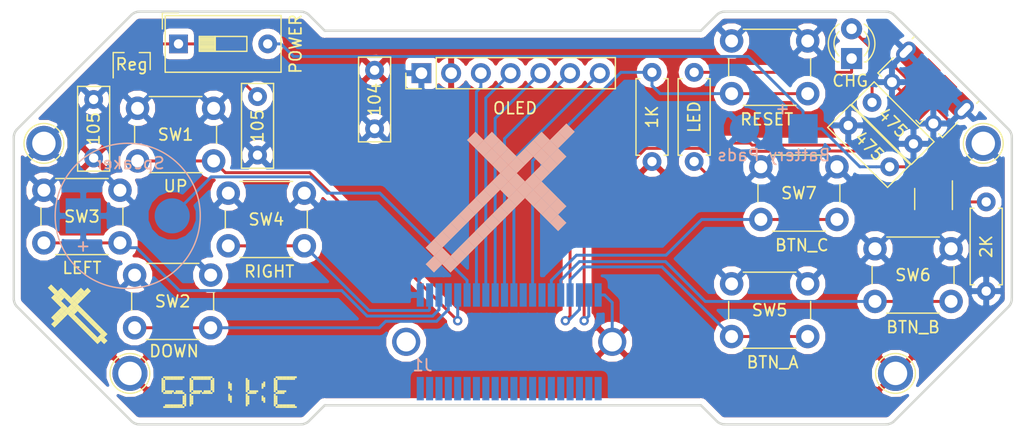
<source format=kicad_pcb>
(kicad_pcb (version 20171130) (host pcbnew "(5.0.1-3-g963ef8bb5)")
  (layers (0 F.Cu signal) (31 B.Cu signal) (34 B.Paste user hide) (35 F.Paste user hide) (36 B.SilkS user) (37 F.SilkS user hide) (38 B.Mask user) (39 F.Mask user) (44 Edge.Cuts user))
  (net 0 "")
  (net 1 +3V3)
  (net 2 GND)
  (net 3 "Net-(C2-Pad1)")
  (net 4 CHARGE)
  (net 5 +BATT)
  (net 6 RESET)
  (net 7 SND)
  (net 8 UP)
  (net 9 DOWN)
  (net 10 LEFT)
  (net 11 RIGHT)
  (net 12 BTN_A)
  (net 13 BTN_B)
  (net 14 BTN_C)
  (net 15 D_DC)
  (net 16 D_CS)
  (net 17 D_RST)
  (net 18 D_MOSI)
  (net 19 D_SCK)
  (net 20 D+)
  (net 21 D-)
  (net 22 "Net-(D1-Pad1)")
  (net 23 "Net-(R1-Pad1)")
  (net 24 "Net-(R2-Pad1)")
  (net 25 "Net-(J1-Pad14)")
  (net 26 "Net-(J1-Pad18)")
  (net 27 "Net-(J1-Pad21)")
  (net 28 "Net-(J1-Pad25)")
  (net 29 "Net-(J1-Pad1)")
  (net 30 "Net-(J1-Pad3)")
  (net 31 "Net-(J1-Pad5)")
  (net 32 "Net-(J1-Pad7)")
  (net 33 "Net-(J1-Pad9)")
  (net 34 "Net-(J1-Pad11)")
  (net 35 "Net-(J1-Pad13)")
  (net 36 "Net-(J1-Pad15)")
  (net 37 "Net-(J1-Pad17)")
  (net 38 "Net-(J1-Pad19)")
  (net 39 "Net-(J1-Pad23)")
  (net 40 "Net-(J1-Pad27)")
  (net 41 "Net-(J1-Pad29)")
  (net 42 "Net-(J1-Pad31)")
  (net 43 "Net-(J1-Pad33)")
  (net 44 "Net-(J1-Pad35)")
  (net 45 "Net-(J1-Pad37)")
  (net 46 "Net-(J1-Pad39)")
  (module "Custom Footprints:128x64-OLED" (layer F.Cu) (at 143.5 88.75 90)
    (fp_text reference U1)
    (fp_text value OLED (at -3 8) (layer F.SilkS))
    (pad 7 thru_hole oval (at 0 15.24 90) (size 1.7 1.7) (drill 1) (layers *.Cu *.Mask) (net 16 D_CS))
    (pad 6 thru_hole oval (at 0 12.7 90) (size 1.7 1.7) (drill 1) (layers *.Cu *.Mask) (net 15 D_DC))
    (pad 5 thru_hole oval (at 0 10.16 90) (size 1.7 1.7) (drill 1) (layers *.Cu *.Mask) (net 17 D_RST))
    (pad 4 thru_hole oval (at 0 7.62 90) (size 1.7 1.7) (drill 1) (layers *.Cu *.Mask) (net 18 D_MOSI))
    (pad 3 thru_hole oval (at 0 5.08 90) (size 1.7 1.7) (drill 1) (layers *.Cu *.Mask) (net 19 D_SCK))
    (pad 2 thru_hole oval (at 0 2.54 90) (size 1.7 1.7) (drill 1) (layers *.Cu *.Mask) (net 1 +3V3))
    (pad 1 thru_hole rect (at 0 0 90) (size 1.7 1.7) (drill 1) (layers *.Cu *.Mask) (net 2 GND))
  )
  (module SPIKE (layer F.Cu) (at 109.75 108.5 45)
    (fp_text reference SPIKE hide)
    (fp_text value "" (at -0.5 -0.1 45) (layer F.SilkS) (effects (font (size 1.27 1.27))))
  )
  (module SPIKE (layer B.Cu) (at 162.25 98 135)
    (fp_text reference SPIKE hide)
    (fp_text value "" (at 0 0 135) (layer B.SilkS) (effects (font (size 1.27 1.27)) (justify mirror)))
  )
  (module LOGO (layer F.Cu) (at 121.25 114.5)
    (fp_text reference LOGO hide)
    (fp_text value "" (at 0 0) (layer F.SilkS) (effects (font (size 1.27 1.27))))
  )
  (module Button_Switch_THT:SW_PUSH_6mm (layer F.Cu) (at 119.25 91.75)
    (fp_text reference SW1 (at 3.25 2.25) (layer F.SilkS))
    (fp_text value UP (at 3.25 6.65) (layer F.SilkS))
    (pad 1 thru_hole circle (at 6.5 0 90) (size 2 2) (drill 1.1) (layers *.Cu *.Mask) (net 2 GND))
    (pad 2 thru_hole circle (at 6.5 4.5 90) (size 2 2) (drill 1.1) (layers *.Cu *.Mask) (net 8 UP))
    (pad 1 thru_hole circle (at 0 0 90) (size 2 2) (drill 1.1) (layers *.Cu *.Mask) (net 2 GND))
    (pad 2 thru_hole circle (at 0 4.5 90) (size 2 2) (drill 1.1) (layers *.Cu *.Mask) (net 8 UP))
  )
  (module Button_Switch_THT:SW_PUSH_6mm (layer F.Cu) (at 119 106)
    (fp_text reference SW2 (at 3.25 2.25) (layer F.SilkS))
    (fp_text value DOWN (at 3.37 6.5) (layer F.SilkS))
    (pad 2 thru_hole circle (at 0 4.5 90) (size 2 2) (drill 1.1) (layers *.Cu *.Mask) (net 9 DOWN))
    (pad 1 thru_hole circle (at 0 0 90) (size 2 2) (drill 1.1) (layers *.Cu *.Mask) (net 2 GND))
    (pad 2 thru_hole circle (at 6.5 4.5 90) (size 2 2) (drill 1.1) (layers *.Cu *.Mask) (net 9 DOWN))
    (pad 1 thru_hole circle (at 6.5 0 90) (size 2 2) (drill 1.1) (layers *.Cu *.Mask) (net 2 GND))
  )
  (module TestPoint:TestPoint_Plated_Hole_D2.0mm (layer F.Cu) (at 184 114.4)
    (fp_text reference REF**)
    (fp_text value TestPoint_Plated_Hole_D2.0mm)
    (pad 1 thru_hole circle (at 0 0) (size 3 3) (drill 2) (layers *.Cu *.Mask) (net 1 +3V3))
  )
  (module "Custom Footprints:Generic_Speaker" (layer B.Cu) (at 114.61 100.94)
    (fp_text reference LS1)
    (fp_text value Speaker (at 4.000001 -4.5) (layer B.SilkS) (effects (justify mirror)))
    (fp_text user + (at -0.01 2.54) (layer B.SilkS) (effects (justify mirror)))
    (pad 2 smd circle (at 7.600001 0) (size 3 3) (layers B.Cu B.Paste B.Mask) (net 7 SND))
    (pad 1 smd rect (at 0 0) (size 3 3) (layers B.Cu B.Paste B.Mask) (net 2 GND))
  )
  (module Package_TO_SOT_SMD:SOT-23-5 (layer F.Cu) (at 187.25 99.5 270)
    (fp_text reference U2)
    (fp_text value "CHG CTRL")
    (pad 1 smd rect (at -1.1 -0.95 270) (size 1.06 0.65) (layers F.Cu F.Paste F.Mask) (net 23 "Net-(R1-Pad1)"))
    (pad 2 smd rect (at -1.1 0 270) (size 1.06 0.65) (layers F.Cu F.Paste F.Mask) (net 2 GND))
    (pad 3 smd rect (at -1.1 0.95 270) (size 1.06 0.65) (layers F.Cu F.Paste F.Mask) (net 5 +BATT))
    (pad 4 smd rect (at 1.1 0.95 270) (size 1.06 0.65) (layers F.Cu F.Paste F.Mask) (net 4 CHARGE))
    (pad 5 smd rect (at 1.1 -0.95 270) (size 1.06 0.65) (layers F.Cu F.Paste F.Mask) (net 24 "Net-(R2-Pad1)"))
  )
  (module Connector_USB:USB_Micro-B_Molex-105017-0001 (layer F.Cu) (at 186.5 90.25 135)
    (fp_text reference J2)
    (fp_text value USB-Micro)
    (pad 6 smd rect (at 1 1.2375 135) (size 1.5 1.9) (layers F.Cu F.Paste F.Mask) (net 2 GND))
    (pad 6 thru_hole circle (at -2.5 -1.4625 135) (size 1.45 1.45) (drill 0.85) (layers *.Cu *.Mask) (net 2 GND))
    (pad 2 smd rect (at -0.65 -1.4625 135) (size 0.4 1.35) (layers F.Cu F.Paste F.Mask) (net 21 D-))
    (pad 1 smd rect (at -1.3 -1.4625 135) (size 0.4 1.35) (layers F.Cu F.Paste F.Mask) (net 4 CHARGE))
    (pad 5 smd rect (at 1.3 -1.4625 135) (size 0.4 1.35) (layers F.Cu F.Paste F.Mask) (net 2 GND))
    (pad 4 smd rect (at 0.65 -1.4625 135) (size 0.4 1.35) (layers F.Cu F.Paste F.Mask) (net 2 GND))
    (pad 3 smd rect (at 0 -1.4625 135) (size 0.4 1.35) (layers F.Cu F.Paste F.Mask) (net 20 D+))
    (pad 6 thru_hole circle (at 2.5 -1.4625 135) (size 1.45 1.45) (drill 0.85) (layers *.Cu *.Mask) (net 2 GND))
    (pad 6 smd rect (at -1 1.2375 135) (size 1.5 1.9) (layers F.Cu F.Paste F.Mask) (net 2 GND))
    (pad 6 thru_hole oval (at -3.5 1.2375 315) (size 1.2 1.9) (drill oval 0.6 1.3) (layers *.Cu *.Mask) (net 2 GND))
    (pad 6 thru_hole oval (at 3.5 1.2375 135) (size 1.2 1.9) (drill oval 0.6 1.3) (layers *.Cu *.Mask) (net 2 GND))
    (pad 6 smd rect (at 2.9 1.2375 135) (size 1.2 1.9) (layers F.Cu F.Mask) (net 2 GND))
    (pad 6 smd rect (at -2.9 1.2375 135) (size 1.2 1.9) (layers F.Cu F.Mask) (net 2 GND))
  )
  (module TestPoint:TestPoint_Plated_Hole_D2.0mm (layer F.Cu) (at 111.25 94.75)
    (fp_text reference REF**)
    (fp_text value TestPoint_Plated_Hole_D2.0mm)
    (pad 1 thru_hole circle (at 0 0) (size 3 3) (drill 2) (layers *.Cu *.Mask) (net 2 GND))
  )
  (module TestPoint:TestPoint_Plated_Hole_D2.0mm (layer F.Cu) (at 118.6 114.4)
    (fp_text reference REF**)
    (fp_text value TestPoint_Plated_Hole_D2.0mm)
    (pad 1 thru_hole circle (at 0 0) (size 3 3) (drill 2) (layers *.Cu *.Mask) (net 1 +3V3))
  )
  (module Button_Switch_THT:SW_DIP_SPSTx01_Slide_9.78x4.72mm_W7.62mm_P2.54mm (layer F.Cu) (at 122.75 86.25)
    (fp_text reference SW8)
    (fp_text value POWER (at 10 0 90) (layer F.SilkS))
    (pad 1 thru_hole rect (at 0 0) (size 1.6 1.6) (drill 0.8) (layers *.Cu *.Mask) (net 3 "Net-(C2-Pad1)"))
    (pad 2 thru_hole oval (at 7.62 0) (size 1.6 1.6) (drill 0.8) (layers *.Cu *.Mask) (net 5 +BATT))
  )
  (module Resistor_THT:R_Axial_DIN0207_L6.3mm_D2.5mm_P7.62mm_Horizontal (layer F.Cu) (at 191.75 99.75 270)
    (fp_text reference R2)
    (fp_text value 2K (at 3.81 0 270) (layer F.SilkS))
    (pad 1 thru_hole circle (at 0 0 270) (size 1.6 1.6) (drill 0.8) (layers *.Cu *.Mask) (net 24 "Net-(R2-Pad1)"))
    (pad 2 thru_hole oval (at 7.62 0 270) (size 1.6 1.6) (drill 0.8) (layers *.Cu *.Mask) (net 2 GND))
  )
  (module Capacitor_THT:C_Rect_L7.0mm_W2.5mm_P5.00mm (layer F.Cu) (at 139.5 88.5 270)
    (fp_text reference C1)
    (fp_text value 104 (at 2.5 0 270) (layer F.SilkS))
    (pad 2 thru_hole circle (at 5 0 270) (size 1.6 1.6) (drill 0.8) (layers *.Cu *.Mask) (net 2 GND))
    (pad 1 thru_hole circle (at 0 0 270) (size 1.6 1.6) (drill 0.8) (layers *.Cu *.Mask) (net 1 +3V3))
  )
  (module Capacitor_THT:C_Rect_L7.0mm_W2.5mm_P5.00mm (layer F.Cu) (at 129.5 90.75 270)
    (fp_text reference C2)
    (fp_text value 105 (at 2.5 0 270) (layer F.SilkS))
    (pad 1 thru_hole circle (at 0 0 270) (size 1.6 1.6) (drill 0.8) (layers *.Cu *.Mask) (net 3 "Net-(C2-Pad1)"))
    (pad 2 thru_hole circle (at 5 0 270) (size 1.6 1.6) (drill 0.8) (layers *.Cu *.Mask) (net 2 GND))
  )
  (module Capacitor_THT:C_Rect_L7.0mm_W2.5mm_P5.00mm (layer F.Cu) (at 115.5 96 90)
    (fp_text reference C3)
    (fp_text value 105 (at 2.5 0 90) (layer F.SilkS))
    (pad 2 thru_hole circle (at 5 0 90) (size 1.6 1.6) (drill 0.8) (layers *.Cu *.Mask) (net 2 GND))
    (pad 1 thru_hole circle (at 0 0 90) (size 1.6 1.6) (drill 0.8) (layers *.Cu *.Mask) (net 1 +3V3))
  )
  (module Capacitor_THT:C_Rect_L7.0mm_W2.5mm_P5.00mm (layer F.Cu) (at 182 91.25 315)
    (fp_text reference C5)
    (fp_text value 475 (at 2.474874 0 315) (layer F.SilkS))
    (pad 2 thru_hole circle (at 5 0 315) (size 1.6 1.6) (drill 0.8) (layers *.Cu *.Mask) (net 2 GND))
    (pad 1 thru_hole circle (at 0 0 315) (size 1.6 1.6) (drill 0.8) (layers *.Cu *.Mask) (net 4 CHARGE))
  )
  (module Capacitor_THT:C_Rect_L7.0mm_W2.5mm_P5.00mm (layer F.Cu) (at 183.5 96.75 135)
    (fp_text reference C6)
    (fp_text value 475 (at 2.474874 0 135) (layer F.SilkS))
    (pad 1 thru_hole circle (at 0 0 135) (size 1.6 1.6) (drill 0.8) (layers *.Cu *.Mask) (net 5 +BATT))
    (pad 2 thru_hole circle (at 5 0 135) (size 1.6 1.6) (drill 0.8) (layers *.Cu *.Mask) (net 2 GND))
  )
  (module Resistor_THT:R_Axial_DIN0207_L6.3mm_D2.5mm_P7.62mm_Horizontal (layer F.Cu) (at 163.2 96.3 90)
    (fp_text reference R0)
    (fp_text value 1K (at 3.81 0 90) (layer F.SilkS))
    (pad 1 thru_hole circle (at 0 0 90) (size 1.6 1.6) (drill 0.8) (layers *.Cu *.Mask) (net 1 +3V3))
    (pad 2 thru_hole oval (at 7.62 0 90) (size 1.6 1.6) (drill 0.8) (layers *.Cu *.Mask) (net 6 RESET))
  )
  (module Resistor_THT:R_Axial_DIN0207_L6.3mm_D2.5mm_P7.62mm_Horizontal (layer F.Cu) (at 166.8 96.3 90)
    (fp_text reference R1)
    (fp_text value LED (at 3.81 0 90) (layer F.SilkS))
    (pad 2 thru_hole oval (at 7.62 0 90) (size 1.6 1.6) (drill 0.8) (layers *.Cu *.Mask) (net 22 "Net-(D1-Pad1)"))
    (pad 1 thru_hole circle (at 0 0 90) (size 1.6 1.6) (drill 0.8) (layers *.Cu *.Mask) (net 23 "Net-(R1-Pad1)"))
  )
  (module Button_Switch_THT:SW_PUSH_6mm (layer F.Cu) (at 170 86)
    (fp_text reference SW0)
    (fp_text value RESET (at 3 6.7) (layer F.SilkS))
    (pad 2 thru_hole circle (at 0 4.5 90) (size 2 2) (drill 1.1) (layers *.Cu *.Mask) (net 6 RESET))
    (pad 1 thru_hole circle (at 0 0 90) (size 2 2) (drill 1.1) (layers *.Cu *.Mask) (net 2 GND))
    (pad 2 thru_hole circle (at 6.5 4.5 90) (size 2 2) (drill 1.1) (layers *.Cu *.Mask) (net 6 RESET))
    (pad 1 thru_hole circle (at 6.5 0 90) (size 2 2) (drill 1.1) (layers *.Cu *.Mask) (net 2 GND))
  )
  (module Button_Switch_THT:SW_PUSH_6mm (layer F.Cu) (at 111.25 98.75)
    (fp_text reference SW3 (at 3.25 2.25) (layer F.SilkS))
    (fp_text value LEFT (at 3.25 6.64) (layer F.SilkS))
    (pad 1 thru_hole circle (at 6.5 0 90) (size 2 2) (drill 1.1) (layers *.Cu *.Mask) (net 2 GND))
    (pad 2 thru_hole circle (at 6.5 4.5 90) (size 2 2) (drill 1.1) (layers *.Cu *.Mask) (net 10 LEFT))
    (pad 1 thru_hole circle (at 0 0 90) (size 2 2) (drill 1.1) (layers *.Cu *.Mask) (net 2 GND))
    (pad 2 thru_hole circle (at 0 4.5 90) (size 2 2) (drill 1.1) (layers *.Cu *.Mask) (net 10 LEFT))
  )
  (module Button_Switch_THT:SW_PUSH_6mm (layer F.Cu) (at 127 99)
    (fp_text reference SW4 (at 3.25 2.25) (layer F.SilkS))
    (fp_text value RIGHT (at 3.5 6.7) (layer F.SilkS))
    (pad 2 thru_hole circle (at 0 4.5 90) (size 2 2) (drill 1.1) (layers *.Cu *.Mask) (net 11 RIGHT))
    (pad 1 thru_hole circle (at 0 0 90) (size 2 2) (drill 1.1) (layers *.Cu *.Mask) (net 2 GND))
    (pad 2 thru_hole circle (at 6.5 4.5 90) (size 2 2) (drill 1.1) (layers *.Cu *.Mask) (net 11 RIGHT))
    (pad 1 thru_hole circle (at 6.5 0 90) (size 2 2) (drill 1.1) (layers *.Cu *.Mask) (net 2 GND))
  )
  (module Button_Switch_THT:SW_PUSH_6mm (layer F.Cu) (at 170 106.75)
    (fp_text reference SW5 (at 3.25 2.25) (layer F.SilkS))
    (fp_text value BTN_A (at 3.5 6.7) (layer F.SilkS))
    (pad 1 thru_hole circle (at 6.5 0 90) (size 2 2) (drill 1.1) (layers *.Cu *.Mask) (net 2 GND))
    (pad 2 thru_hole circle (at 6.5 4.5 90) (size 2 2) (drill 1.1) (layers *.Cu *.Mask) (net 12 BTN_A))
    (pad 1 thru_hole circle (at 0 0 90) (size 2 2) (drill 1.1) (layers *.Cu *.Mask) (net 2 GND))
    (pad 2 thru_hole circle (at 0 4.5 90) (size 2 2) (drill 1.1) (layers *.Cu *.Mask) (net 12 BTN_A))
  )
  (module Button_Switch_THT:SW_PUSH_6mm (layer F.Cu) (at 182.25 103.75)
    (fp_text reference SW6 (at 3.25 2.25) (layer F.SilkS))
    (fp_text value BTN_B (at 3.25 6.7) (layer F.SilkS))
    (pad 2 thru_hole circle (at 0 4.5 90) (size 2 2) (drill 1.1) (layers *.Cu *.Mask) (net 13 BTN_B))
    (pad 1 thru_hole circle (at 0 0 90) (size 2 2) (drill 1.1) (layers *.Cu *.Mask) (net 2 GND))
    (pad 2 thru_hole circle (at 6.5 4.5 90) (size 2 2) (drill 1.1) (layers *.Cu *.Mask) (net 13 BTN_B))
    (pad 1 thru_hole circle (at 6.5 0 90) (size 2 2) (drill 1.1) (layers *.Cu *.Mask) (net 2 GND))
  )
  (module Button_Switch_THT:SW_PUSH_6mm (layer F.Cu) (at 172.5 96.75)
    (fp_text reference SW7 (at 3.25 2.25) (layer F.SilkS))
    (fp_text value BTN_C (at 3.5 6.7) (layer F.SilkS))
    (pad 1 thru_hole circle (at 6.5 0 90) (size 2 2) (drill 1.1) (layers *.Cu *.Mask) (net 2 GND))
    (pad 2 thru_hole circle (at 6.5 4.5 90) (size 2 2) (drill 1.1) (layers *.Cu *.Mask) (net 14 BTN_C))
    (pad 1 thru_hole circle (at 0 0 90) (size 2 2) (drill 1.1) (layers *.Cu *.Mask) (net 2 GND))
    (pad 2 thru_hole circle (at 0 4.5 90) (size 2 2) (drill 1.1) (layers *.Cu *.Mask) (net 14 BTN_C))
  )
  (module Package_TO_SOT_SMD:SOT-23 (layer F.Cu) (at 118.75 87.75 90)
    (fp_text reference U3)
    (fp_text value Reg (at -0.25 0 180) (layer F.SilkS))
    (pad 1 smd rect (at -1 -0.95 90) (size 0.9 0.8) (layers F.Cu F.Paste F.Mask) (net 2 GND))
    (pad 2 smd rect (at -1 0.95 90) (size 0.9 0.8) (layers F.Cu F.Paste F.Mask) (net 1 +3V3))
    (pad 3 smd rect (at 1 0 90) (size 0.9 0.8) (layers F.Cu F.Paste F.Mask) (net 3 "Net-(C2-Pad1)"))
  )
  (module "Custom Footprints:LiPo_Pads" (layer B.Cu) (at 173.6 93.5 180)
    (fp_text reference J0)
    (fp_text value "Battery Pads" (at 0 -2.25 180) (layer B.SilkS) (effects (justify mirror)))
    (fp_text user + (at -0.75 1.75 180) (layer B.SilkS) (effects (justify mirror)))
    (pad 1 smd rect (at -2.5 0 180) (size 2.5 2.5) (layers B.Cu B.Paste B.Mask) (net 5 +BATT))
    (pad 2 smd circle (at 2.5 0 180) (size 2.5 2.5) (layers B.Cu B.Paste B.Mask) (net 2 GND))
  )
  (module LED_THT:LED_D3.0mm (layer F.Cu) (at 180.25 87.5 90)
    (fp_text reference D1)
    (fp_text value CHG (at -1.9 -0.12 180) (layer F.SilkS))
    (pad 1 thru_hole rect (at 0 0 90) (size 1.8 1.8) (drill 0.9) (layers *.Cu *.Mask) (net 22 "Net-(D1-Pad1)"))
    (pad 2 thru_hole circle (at 2.54 0 90) (size 1.8 1.8) (drill 0.9) (layers *.Cu *.Mask) (net 4 CHARGE))
  )
  (module TestPoint:TestPoint_Plated_Hole_D2.0mm (layer F.Cu) (at 191.5 94.75)
    (fp_text reference REF**)
    (fp_text value TestPoint_Plated_Hole_D2.0mm)
    (pad 1 thru_hole circle (at 0 0) (size 3 3) (drill 2) (layers *.Cu *.Mask) (net 2 GND))
  )
  (module "Custom Footprints:Samtec_MEC8-120-02-L-D-RA1_Socket" (layer B.Cu) (at 158.6 111.7 180)
    (fp_text reference J1 (at 15 -2 180) (layer B.SilkS) (effects (justify mirror)))
    (fp_text value Shard)
    (pad 1 smd rect (at 0 -4 180) (size 0.6 2) (layers B.Cu B.Paste B.Mask) (net 29 "Net-(J1-Pad1)"))
    (pad 2 smd rect (at 0 4 180) (size 0.6 2) (layers B.Cu B.Paste B.Mask) (net 1 +3V3))
    (pad 3 smd rect (at 0.8 -4 180) (size 0.6 2) (layers B.Cu B.Paste B.Mask) (net 30 "Net-(J1-Pad3)"))
    (pad 4 smd rect (at 0.8 4 180) (size 0.6 2) (layers B.Cu B.Paste B.Mask) (net 21 D-))
    (pad 5 smd rect (at 1.6 -4 180) (size 0.6 2) (layers B.Cu B.Paste B.Mask) (net 31 "Net-(J1-Pad5)"))
    (pad 6 smd rect (at 1.6 4 180) (size 0.6 2) (layers B.Cu B.Paste B.Mask) (net 20 D+))
    (pad 7 smd rect (at 2.4 -4 180) (size 0.6 2) (layers B.Cu B.Paste B.Mask) (net 32 "Net-(J1-Pad7)"))
    (pad 8 smd rect (at 2.4 4 180) (size 0.6 2) (layers B.Cu B.Paste B.Mask) (net 12 BTN_A))
    (pad 9 smd rect (at 3.2 -4 180) (size 0.6 2) (layers B.Cu B.Paste B.Mask) (net 33 "Net-(J1-Pad9)"))
    (pad 10 smd rect (at 3.2 4 180) (size 0.6 2) (layers B.Cu B.Paste B.Mask) (net 13 BTN_B))
    (pad 11 smd rect (at 4 -4 180) (size 0.6 2) (layers B.Cu B.Paste B.Mask) (net 34 "Net-(J1-Pad11)"))
    (pad 12 smd rect (at 4 4 180) (size 0.6 2) (layers B.Cu B.Paste B.Mask) (net 14 BTN_C))
    (pad 13 smd rect (at 4.8 -4 180) (size 0.6 2) (layers B.Cu B.Paste B.Mask) (net 35 "Net-(J1-Pad13)"))
    (pad 14 smd rect (at 4.8 4 180) (size 0.6 2) (layers B.Cu B.Paste B.Mask) (net 25 "Net-(J1-Pad14)"))
    (pad 15 smd rect (at 5.6 -4 180) (size 0.6 2) (layers B.Cu B.Paste B.Mask) (net 36 "Net-(J1-Pad15)"))
    (pad 16 smd rect (at 5.6 4 180) (size 0.6 2) (layers B.Cu B.Paste B.Mask) (net 6 RESET))
    (pad 17 smd rect (at 6.4 -4 180) (size 0.6 2) (layers B.Cu B.Paste B.Mask) (net 37 "Net-(J1-Pad17)"))
    (pad 18 smd rect (at 6.4 4 180) (size 0.6 2) (layers B.Cu B.Paste B.Mask) (net 26 "Net-(J1-Pad18)"))
    (pad 19 smd rect (at 7.2 -4 180) (size 0.6 2) (layers B.Cu B.Paste B.Mask) (net 38 "Net-(J1-Pad19)"))
    (pad 20 smd rect (at 7.2 4 180) (size 0.6 2) (layers B.Cu B.Paste B.Mask) (net 16 D_CS))
    (pad 21 smd rect (at 8 -4 180) (size 0.6 2) (layers B.Cu B.Paste B.Mask) (net 27 "Net-(J1-Pad21)"))
    (pad 22 smd rect (at 8 4 180) (size 0.6 2) (layers B.Cu B.Paste B.Mask) (net 15 D_DC))
    (pad 23 smd rect (at 8.8 -4 180) (size 0.6 2) (layers B.Cu B.Paste B.Mask) (net 39 "Net-(J1-Pad23)"))
    (pad 24 smd rect (at 8.8 4 180) (size 0.6 2) (layers B.Cu B.Paste B.Mask) (net 17 D_RST))
    (pad 25 smd rect (at 9.6 -4 180) (size 0.6 2) (layers B.Cu B.Paste B.Mask) (net 28 "Net-(J1-Pad25)"))
    (pad 26 smd rect (at 9.6 4 180) (size 0.6 2) (layers B.Cu B.Paste B.Mask) (net 18 D_MOSI))
    (pad 27 smd rect (at 10.4 -4 180) (size 0.6 2) (layers B.Cu B.Paste B.Mask) (net 40 "Net-(J1-Pad27)"))
    (pad 28 smd rect (at 10.4 4 180) (size 0.6 2) (layers B.Cu B.Paste B.Mask) (net 19 D_SCK))
    (pad 29 smd rect (at 11.2 -4 180) (size 0.6 2) (layers B.Cu B.Paste B.Mask) (net 41 "Net-(J1-Pad29)"))
    (pad 30 smd rect (at 11.2 4 180) (size 0.6 2) (layers B.Cu B.Paste B.Mask) (net 7 SND))
    (pad 31 smd rect (at 12 -4 180) (size 0.6 2) (layers B.Cu B.Paste B.Mask) (net 42 "Net-(J1-Pad31)"))
    (pad 32 smd rect (at 12 4 180) (size 0.6 2) (layers B.Cu B.Paste B.Mask) (net 8 UP))
    (pad 33 smd rect (at 12.8 -4 180) (size 0.6 2) (layers B.Cu B.Paste B.Mask) (net 43 "Net-(J1-Pad33)"))
    (pad 34 smd rect (at 12.8 4 180) (size 0.6 2) (layers B.Cu B.Paste B.Mask) (net 9 DOWN))
    (pad 35 smd rect (at 13.6 -4 180) (size 0.6 2) (layers B.Cu B.Paste B.Mask) (net 44 "Net-(J1-Pad35)"))
    (pad 36 smd rect (at 13.6 4 180) (size 0.6 2) (layers B.Cu B.Paste B.Mask) (net 10 LEFT))
    (pad 37 smd rect (at 14.4 -4 180) (size 0.6 2) (layers B.Cu B.Paste B.Mask) (net 45 "Net-(J1-Pad37)"))
    (pad 38 smd rect (at 14.4 4 180) (size 0.6 2) (layers B.Cu B.Paste B.Mask) (net 11 RIGHT))
    (pad 39 smd rect (at 15.2 -4 180) (size 0.6 2) (layers B.Cu B.Paste B.Mask) (net 46 "Net-(J1-Pad39)"))
    (pad 40 smd rect (at 15.2 4 180) (size 0.6 2) (layers B.Cu B.Paste B.Mask) (net 2 GND))
    (pad "" thru_hole circle (at -1.2 0 180) (size 2.4 2.4) (drill 1.65) (layers *.Cu *.Mask) (net 1 +3V3))
    (pad "" thru_hole circle (at 16.4 0 180) (size 2.4 2.4) (drill 1.65) (layers *.Cu *.Mask))
  )
  (gr_line (start 118.74998 118.496) (end 118.83133 118.5618) (layer Edge.Cuts) (width 0.2))
  (gr_line (start 108.9344 108.68042) (end 118.74998 118.496) (layer Edge.Cuts) (width 0.2))
  (gr_line (start 108.8686 108.59907) (end 108.9344 108.68042) (layer Edge.Cuts) (width 0.2))
  (gr_line (start 108.8116 108.51128) (end 108.8686 108.59907) (layer Edge.Cuts) (width 0.2))
  (gr_line (start 108.764 108.41801) (end 108.8116 108.51128) (layer Edge.Cuts) (width 0.2))
  (gr_line (start 108.7265 108.3203) (end 108.764 108.41801) (layer Edge.Cuts) (width 0.2))
  (gr_line (start 108.6994 108.21919) (end 108.7265 108.3203) (layer Edge.Cuts) (width 0.2))
  (gr_line (start 108.6831 108.11581) (end 108.6994 108.21919) (layer Edge.Cuts) (width 0.2))
  (gr_line (start 108.6776 108.01129) (end 108.6831 108.11581) (layer Edge.Cuts) (width 0.2))
  (gr_line (start 108.6776 94.23471) (end 108.6776 108.01129) (layer Edge.Cuts) (width 0.2))
  (gr_line (start 108.6831 94.13019) (end 108.6776 94.23471) (layer Edge.Cuts) (width 0.2))
  (gr_line (start 108.6994 94.02681) (end 108.6831 94.13019) (layer Edge.Cuts) (width 0.2))
  (gr_line (start 108.7265 93.9257) (end 108.6994 94.02681) (layer Edge.Cuts) (width 0.2))
  (gr_line (start 108.764 93.82799) (end 108.7265 93.9257) (layer Edge.Cuts) (width 0.2))
  (gr_line (start 108.8116 93.73472) (end 108.764 93.82799) (layer Edge.Cuts) (width 0.2))
  (gr_line (start 108.8686 93.64693) (end 108.8116 93.73472) (layer Edge.Cuts) (width 0.2))
  (gr_line (start 108.9344 93.56558) (end 108.8686 93.64693) (layer Edge.Cuts) (width 0.2))
  (gr_line (start 118.74998 83.75) (end 108.9344 93.56558) (layer Edge.Cuts) (width 0.2))
  (gr_line (start 118.83133 83.6842) (end 118.74998 83.75) (layer Edge.Cuts) (width 0.2))
  (gr_line (start 118.91912 83.6272) (end 118.83133 83.6842) (layer Edge.Cuts) (width 0.2))
  (gr_line (start 119.01239 83.5796) (end 118.91912 83.6272) (layer Edge.Cuts) (width 0.2))
  (gr_line (start 119.1101 83.5421) (end 119.01239 83.5796) (layer Edge.Cuts) (width 0.2))
  (gr_line (start 119.21121 83.515) (end 119.1101 83.5421) (layer Edge.Cuts) (width 0.2))
  (gr_line (start 119.31459 83.4987) (end 119.21121 83.515) (layer Edge.Cuts) (width 0.2))
  (gr_line (start 119.41911 83.4932) (end 119.31459 83.4987) (layer Edge.Cuts) (width 0.2))
  (gr_line (start 133.19569 83.4932) (end 119.41911 83.4932) (layer Edge.Cuts) (width 0.2))
  (gr_line (start 133.30021 83.4987) (end 133.19569 83.4932) (layer Edge.Cuts) (width 0.2))
  (gr_line (start 133.40359 83.515) (end 133.30021 83.4987) (layer Edge.Cuts) (width 0.2))
  (gr_line (start 133.5047 83.5421) (end 133.40359 83.515) (layer Edge.Cuts) (width 0.2))
  (gr_line (start 133.60241 83.5796) (end 133.5047 83.5421) (layer Edge.Cuts) (width 0.2))
  (gr_line (start 133.69569 83.6272) (end 133.60241 83.5796) (layer Edge.Cuts) (width 0.2))
  (gr_line (start 133.78347 83.6842) (end 133.69569 83.6272) (layer Edge.Cuts) (width 0.2))
  (gr_line (start 133.86482 83.75) (end 133.78347 83.6842) (layer Edge.Cuts) (width 0.2))
  (gr_line (start 135.24125 85.1265) (end 133.86482 83.75) (layer Edge.Cuts) (width 0.2))
  (gr_line (start 135.3074 85.123) (end 135.24125 85.1265) (layer Edge.Cuts) (width 0.2))
  (gr_line (start 183.6957 118.6188) (end 183.7835 118.5618) (layer Edge.Cuts) (width 0.2))
  (gr_line (start 183.6024 118.6664) (end 183.6957 118.6188) (layer Edge.Cuts) (width 0.2))
  (gr_line (start 183.5047 118.7039) (end 183.6024 118.6664) (layer Edge.Cuts) (width 0.2))
  (gr_line (start 183.4036 118.731) (end 183.5047 118.7039) (layer Edge.Cuts) (width 0.2))
  (gr_line (start 183.3002 118.7473) (end 183.4036 118.731) (layer Edge.Cuts) (width 0.2))
  (gr_line (start 169.1101 118.7039) (end 169.2112 118.731) (layer Edge.Cuts) (width 0.2))
  (gr_line (start 169.0124 118.6664) (end 169.1101 118.7039) (layer Edge.Cuts) (width 0.2))
  (gr_line (start 168.8313 83.6842) (end 168.75 83.75) (layer Edge.Cuts) (width 0.2))
  (gr_line (start 168.9191 83.6272) (end 168.8313 83.6842) (layer Edge.Cuts) (width 0.2))
  (gr_line (start 169.0124 83.5796) (end 168.9191 83.6272) (layer Edge.Cuts) (width 0.2))
  (gr_line (start 169.1101 83.5421) (end 169.0124 83.5796) (layer Edge.Cuts) (width 0.2))
  (gr_line (start 169.2112 83.515) (end 169.1101 83.5421) (layer Edge.Cuts) (width 0.2))
  (gr_line (start 169.3146 83.4987) (end 169.2112 83.515) (layer Edge.Cuts) (width 0.2))
  (gr_line (start 169.4191 83.4932) (end 169.3146 83.4987) (layer Edge.Cuts) (width 0.2))
  (gr_line (start 183.1957 83.4932) (end 169.4191 83.4932) (layer Edge.Cuts) (width 0.2))
  (gr_line (start 183.3002 83.4987) (end 183.1957 83.4932) (layer Edge.Cuts) (width 0.2))
  (gr_line (start 168.9191 118.6188) (end 169.0124 118.6664) (layer Edge.Cuts) (width 0.2))
  (gr_line (start 168.8313 118.5618) (end 168.9191 118.6188) (layer Edge.Cuts) (width 0.2))
  (gr_line (start 169.3146 118.7473) (end 169.4191 118.7528) (layer Edge.Cuts) (width 0.2))
  (gr_line (start 169.2112 118.731) (end 169.3146 118.7473) (layer Edge.Cuts) (width 0.2))
  (gr_line (start 135.24125 117.1195) (end 135.3074 117.123) (layer Edge.Cuts) (width 0.2))
  (gr_line (start 133.86482 118.496) (end 135.24125 117.1195) (layer Edge.Cuts) (width 0.2))
  (gr_line (start 133.78347 118.5618) (end 133.86482 118.496) (layer Edge.Cuts) (width 0.2))
  (gr_line (start 133.69569 118.6188) (end 133.78347 118.5618) (layer Edge.Cuts) (width 0.2))
  (gr_line (start 133.60241 118.6664) (end 133.69569 118.6188) (layer Edge.Cuts) (width 0.2))
  (gr_line (start 133.5047 118.7039) (end 133.60241 118.6664) (layer Edge.Cuts) (width 0.2))
  (gr_line (start 183.1957 118.7528) (end 183.3002 118.7473) (layer Edge.Cuts) (width 0.2))
  (gr_line (start 169.4191 118.7528) (end 183.1957 118.7528) (layer Edge.Cuts) (width 0.2))
  (gr_line (start 193.6804 108.68042) (end 193.7462 108.59907) (layer Edge.Cuts) (width 0.2))
  (gr_line (start 183.8648 118.496) (end 193.6804 108.68042) (layer Edge.Cuts) (width 0.2))
  (gr_line (start 183.7835 118.5618) (end 183.8648 118.496) (layer Edge.Cuts) (width 0.2))
  (gr_line (start 168.75 118.496) (end 168.8313 118.5618) (layer Edge.Cuts) (width 0.2))
  (gr_line (start 167.3735 117.1195) (end 168.75 118.496) (layer Edge.Cuts) (width 0.2))
  (gr_line (start 135.3074 117.123) (end 167.3074 117.123) (layer Edge.Cuts) (width 0.2))
  (gr_line (start 167.3074 117.123) (end 167.3735 117.1195) (layer Edge.Cuts) (width 0.2))
  (gr_line (start 119.1101 118.7039) (end 119.21121 118.731) (layer Edge.Cuts) (width 0.2))
  (gr_line (start 119.01239 118.6664) (end 119.1101 118.7039) (layer Edge.Cuts) (width 0.2))
  (gr_line (start 118.91911 118.6188) (end 119.01239 118.6664) (layer Edge.Cuts) (width 0.2))
  (gr_line (start 118.83133 118.5618) (end 118.91911 118.6188) (layer Edge.Cuts) (width 0.2))
  (gr_line (start 183.4036 83.515) (end 183.3002 83.4987) (layer Edge.Cuts) (width 0.2))
  (gr_line (start 183.5047 83.5421) (end 183.4036 83.515) (layer Edge.Cuts) (width 0.2))
  (gr_line (start 183.6024 83.5796) (end 183.5047 83.5421) (layer Edge.Cuts) (width 0.2))
  (gr_line (start 183.6957 83.6272) (end 183.6024 83.5796) (layer Edge.Cuts) (width 0.2))
  (gr_line (start 183.7835 83.6842) (end 183.6957 83.6272) (layer Edge.Cuts) (width 0.2))
  (gr_line (start 183.8648 83.75) (end 183.7835 83.6842) (layer Edge.Cuts) (width 0.2))
  (gr_line (start 193.6804 93.56558) (end 183.8648 83.75) (layer Edge.Cuts) (width 0.2))
  (gr_line (start 193.7462 93.64693) (end 193.6804 93.56558) (layer Edge.Cuts) (width 0.2))
  (gr_line (start 193.8032 93.73472) (end 193.7462 93.64693) (layer Edge.Cuts) (width 0.2))
  (gr_line (start 193.8508 93.82799) (end 193.8032 93.73472) (layer Edge.Cuts) (width 0.2))
  (gr_line (start 193.8883 93.9257) (end 193.8508 93.82799) (layer Edge.Cuts) (width 0.2))
  (gr_line (start 193.9154 94.02681) (end 193.8883 93.9257) (layer Edge.Cuts) (width 0.2))
  (gr_line (start 193.9317 94.13019) (end 193.9154 94.02681) (layer Edge.Cuts) (width 0.2))
  (gr_line (start 193.9372 94.23471) (end 193.9317 94.13019) (layer Edge.Cuts) (width 0.2))
  (gr_line (start 193.9372 108.01129) (end 193.9372 94.23471) (layer Edge.Cuts) (width 0.2))
  (gr_line (start 193.9317 108.11581) (end 193.9372 108.01129) (layer Edge.Cuts) (width 0.2))
  (gr_line (start 193.9154 108.21919) (end 193.9317 108.11581) (layer Edge.Cuts) (width 0.2))
  (gr_line (start 193.8883 108.3203) (end 193.9154 108.21919) (layer Edge.Cuts) (width 0.2))
  (gr_line (start 193.8508 108.41801) (end 193.8883 108.3203) (layer Edge.Cuts) (width 0.2))
  (gr_line (start 193.8032 108.51128) (end 193.8508 108.41801) (layer Edge.Cuts) (width 0.2))
  (gr_line (start 193.7462 108.59907) (end 193.8032 108.51128) (layer Edge.Cuts) (width 0.2))
  (gr_line (start 133.40359 118.731) (end 133.5047 118.7039) (layer Edge.Cuts) (width 0.2))
  (gr_line (start 133.30021 118.7473) (end 133.40359 118.731) (layer Edge.Cuts) (width 0.2))
  (gr_line (start 133.19569 118.7528) (end 133.30021 118.7473) (layer Edge.Cuts) (width 0.2))
  (gr_line (start 119.41911 118.7528) (end 133.19569 118.7528) (layer Edge.Cuts) (width 0.2))
  (gr_line (start 119.31459 118.7473) (end 119.41911 118.7528) (layer Edge.Cuts) (width 0.2))
  (gr_line (start 119.21121 118.731) (end 119.31459 118.7473) (layer Edge.Cuts) (width 0.2))
  (gr_line (start 167.3074 85.123) (end 135.3074 85.123) (layer Edge.Cuts) (width 0.2))
  (gr_line (start 167.3735 85.1265) (end 167.3074 85.123) (layer Edge.Cuts) (width 0.2))
  (gr_line (start 168.75 83.75) (end 167.3735 85.1265) (layer Edge.Cuts) (width 0.2))
  (segment (start 119.7 88.8) (end 119.7 88.75) (width 0.25) (layer F.Cu) (net 1))
  (segment (start 159.505 111.75) (end 159.505 112.095) (width 0.25) (layer B.Cu) (net 1))
  (segment (start 160.8 112.12) (end 160.775 112.095) (width 0.25) (layer B.Cu) (net 1))
  (segment (start 159.8 110.002944) (end 159.8 111.7) (width 0.25) (layer B.Cu) (net 1))
  (segment (start 159.8 108.35) (end 159.8 110.002944) (width 0.25) (layer B.Cu) (net 1))
  (segment (start 159.15 107.7) (end 159.8 108.35) (width 0.25) (layer B.Cu) (net 1))
  (segment (start 158.6 107.7) (end 159.15 107.7) (width 0.25) (layer B.Cu) (net 1))
  (segment (start 187.25 93.068288) (end 187.233623 93.051911) (width 0.25) (layer F.Cu) (net 2))
  (segment (start 187.25 98.4) (end 187.25 93.068288) (width 0.25) (layer F.Cu) (net 2))
  (segment (start 184.546617 90.364905) (end 183.698089 89.516377) (width 0.25) (layer F.Cu) (net 2))
  (segment (start 184.546618 90.364905) (end 184.546617 90.364905) (width 0.25) (layer F.Cu) (net 2))
  (segment (start 185.324435 87.324346) (end 186.667938 88.667849) (width 0.25) (layer F.Cu) (net 2))
  (segment (start 186.667938 88.667849) (end 188.082151 90.082062) (width 0.25) (layer F.Cu) (net 2))
  (segment (start 188.082151 90.082062) (end 189.849918 91.849829) (width 0.25) (layer F.Cu) (net 2))
  (segment (start 184.781713 90.6) (end 184.781713 90.554074) (width 0.25) (layer F.Cu) (net 2))
  (segment (start 185.006237 90.824524) (end 184.781713 90.6) (width 0.25) (layer F.Cu) (net 2))
  (segment (start 184.781713 90.6) (end 184.546618 90.364905) (width 0.25) (layer F.Cu) (net 2))
  (segment (start 117.75 88.75) (end 117.8 88.75) (width 0.25) (layer F.Cu) (net 2))
  (segment (start 115.5 91) (end 117.75 88.75) (width 0.25) (layer F.Cu) (net 2))
  (segment (start 121.7 86.25) (end 122.75 86.25) (width 0.25) (layer F.Cu) (net 3))
  (segment (start 119.2 86.25) (end 121.7 86.25) (width 0.25) (layer F.Cu) (net 3))
  (segment (start 118.75 86.7) (end 119.2 86.25) (width 0.25) (layer F.Cu) (net 3))
  (segment (start 118.75 86.75) (end 118.75 86.7) (width 0.25) (layer F.Cu) (net 3))
  (segment (start 125 86.25) (end 129.5 90.75) (width 0.25) (layer F.Cu) (net 3))
  (segment (start 122.75 86.25) (end 125 86.25) (width 0.25) (layer F.Cu) (net 3))
  (segment (start 186.933102 91.655375) (end 186.385095 92.203382) (width 0.25) (layer F.Cu) (net 4))
  (segment (start 186.988477 91.6) (end 186.933102 91.655375) (width 0.25) (layer F.Cu) (net 4))
  (segment (start 187.335714 91.6) (end 186.988477 91.6) (width 0.25) (layer F.Cu) (net 4))
  (segment (start 188.850001 93.114287) (end 187.335714 91.6) (width 0.25) (layer F.Cu) (net 4))
  (segment (start 188.850001 99.166409) (end 188.850001 93.114287) (width 0.25) (layer F.Cu) (net 4))
  (segment (start 188.3114 99.70501) (end 188.850001 99.166409) (width 0.25) (layer F.Cu) (net 4))
  (segment (start 186.414989 99.705011) (end 188.3114 99.70501) (width 0.25) (layer F.Cu) (net 4))
  (segment (start 186.3 99.82) (end 186.414989 99.705011) (width 0.25) (layer F.Cu) (net 4))
  (segment (start 186.3 100.6) (end 186.3 99.82) (width 0.25) (layer F.Cu) (net 4))
  (segment (start 182.45 91.7) (end 182 91.25) (width 0.25) (layer F.Cu) (net 4))
  (segment (start 186.385095 92.203382) (end 185.837088 92.751389) (width 0.25) (layer F.Cu) (net 4))
  (segment (start 182 86.71) (end 182 91.25) (width 0.25) (layer F.Cu) (net 4))
  (segment (start 180.25 84.96) (end 182 86.71) (width 0.25) (layer F.Cu) (net 4))
  (segment (start 181.149999 85.859999) (end 180.25 84.96) (width 0.25) (layer F.Cu) (net 4))
  (segment (start 181.595713 85.859999) (end 181.149999 85.859999) (width 0.25) (layer F.Cu) (net 4))
  (segment (start 186.869204 91.13349) (end 181.595713 85.859999) (width 0.25) (layer F.Cu) (net 4))
  (segment (start 186.869204 91.719273) (end 186.869204 91.13349) (width 0.25) (layer F.Cu) (net 4))
  (segment (start 186.385095 92.203382) (end 186.869204 91.719273) (width 0.25) (layer F.Cu) (net 4))
  (segment (start 186.3 98.195) (end 186.3 98.4) (width 0.25) (layer F.Cu) (net 5))
  (segment (start 184.855 96.75) (end 186.3 98.195) (width 0.25) (layer F.Cu) (net 5))
  (segment (start 183.5 96.75) (end 184.855 96.75) (width 0.25) (layer F.Cu) (net 5))
  (segment (start 131.50137 86.25) (end 130.37 86.25) (width 0.25) (layer B.Cu) (net 5))
  (segment (start 171.425001 87.325001) (end 132.576371 87.325001) (width 0.25) (layer B.Cu) (net 5))
  (segment (start 132.576371 87.325001) (end 131.50137 86.25) (width 0.25) (layer B.Cu) (net 5))
  (segment (start 176.1 92) (end 171.425001 87.325001) (width 0.25) (layer B.Cu) (net 5))
  (segment (start 176.1 93.5) (end 176.1 92) (width 0.25) (layer B.Cu) (net 5))
  (segment (start 182.36863 96.75) (end 183.5 96.75) (width 0.25) (layer B.Cu) (net 5))
  (segment (start 180.961002 96.75) (end 182.36863 96.75) (width 0.25) (layer B.Cu) (net 5))
  (segment (start 177.711002 93.5) (end 180.961002 96.75) (width 0.25) (layer B.Cu) (net 5))
  (segment (start 176.1 93.5) (end 177.711002 93.5) (width 0.25) (layer B.Cu) (net 5))
  (segment (start 170 90.5) (end 176.5 90.5) (width 0.25) (layer F.Cu) (net 6))
  (segment (start 169.12 90.5) (end 170 90.5) (width 0.25) (layer F.Cu) (net 6))
  (segment (start 168.585787 90.5) (end 170 90.5) (width 0.25) (layer B.Cu) (net 6))
  (segment (start 163.88863 90.5) (end 168.585787 90.5) (width 0.25) (layer B.Cu) (net 6))
  (segment (start 163.2 89.81137) (end 163.88863 90.5) (width 0.25) (layer B.Cu) (net 6))
  (segment (start 163.2 88.68) (end 163.2 89.81137) (width 0.25) (layer B.Cu) (net 6))
  (segment (start 153 106.45) (end 153 107.7) (width 0.25) (layer B.Cu) (net 6))
  (segment (start 160.549002 88.68) (end 153 96.229002) (width 0.25) (layer B.Cu) (net 6))
  (segment (start 153 96.229002) (end 153 106.45) (width 0.25) (layer B.Cu) (net 6))
  (segment (start 163.2 88.68) (end 160.549002 88.68) (width 0.25) (layer B.Cu) (net 6))
  (segment (start 125.540001 97.61) (end 122.210001 100.94) (width 0.25) (layer B.Cu) (net 7))
  (segment (start 134.071002 97.61) (end 125.540001 97.61) (width 0.25) (layer B.Cu) (net 7))
  (segment (start 139.95 99) (end 147.4 106.45) (width 0.25) (layer B.Cu) (net 7))
  (segment (start 147.4 106.45) (end 147.4 107.7) (width 0.25) (layer B.Cu) (net 7))
  (segment (start 135.461002 99) (end 139.95 99) (width 0.25) (layer B.Cu) (net 7))
  (segment (start 134.071002 97.61) (end 135.461002 99) (width 0.25) (layer B.Cu) (net 7))
  (via (at 146.6 109.9) (size 0.8) (drill 0.4) (layers F.Cu B.Cu) (net 8))
  (segment (start 119.25 96.25) (end 125.75 96.25) (width 0.25) (layer F.Cu) (net 8))
  (segment (start 133.949999 97.249999) (end 146.6 109.9) (width 0.25) (layer F.Cu) (net 8))
  (segment (start 126.749999 97.249999) (end 133.949999 97.249999) (width 0.25) (layer F.Cu) (net 8))
  (segment (start 125.75 96.25) (end 126.749999 97.249999) (width 0.25) (layer F.Cu) (net 8))
  (segment (start 146.6 107.7) (end 146.6 109.9) (width 0.25) (layer B.Cu) (net 8))
  (segment (start 119 110.5) (end 125.5 110.5) (width 0.25) (layer F.Cu) (net 9))
  (segment (start 145.8 108.95) (end 145.8 107.7) (width 0.25) (layer B.Cu) (net 9))
  (segment (start 140.44999 109.95001) (end 144.79999 109.95001) (width 0.25) (layer B.Cu) (net 9))
  (segment (start 144.79999 109.95001) (end 145.8 108.95) (width 0.25) (layer B.Cu) (net 9))
  (segment (start 139.9 110.5) (end 140.44999 109.95001) (width 0.25) (layer B.Cu) (net 9))
  (segment (start 125.5 110.5) (end 139.9 110.5) (width 0.25) (layer B.Cu) (net 9))
  (segment (start 111.25 103.25) (end 117.75 103.25) (width 0.25) (layer F.Cu) (net 10))
  (segment (start 145 108.95) (end 145 107.7) (width 0.25) (layer B.Cu) (net 10))
  (segment (start 122.825001 107.325001) (end 136.688591 107.325001) (width 0.25) (layer B.Cu) (net 10))
  (segment (start 119.164213 103.664213) (end 122.825001 107.325001) (width 0.25) (layer B.Cu) (net 10))
  (segment (start 144.45 109.5) (end 145 108.95) (width 0.25) (layer B.Cu) (net 10))
  (segment (start 118.164213 103.664213) (end 119.164213 103.664213) (width 0.25) (layer B.Cu) (net 10))
  (segment (start 138.86359 109.5) (end 144.45 109.5) (width 0.25) (layer B.Cu) (net 10))
  (segment (start 136.688591 107.325001) (end 138.86359 109.5) (width 0.25) (layer B.Cu) (net 10))
  (segment (start 117.75 103.25) (end 118.164213 103.664213) (width 0.25) (layer B.Cu) (net 10))
  (segment (start 128.414213 103.5) (end 133.5 103.5) (width 0.25) (layer F.Cu) (net 11))
  (segment (start 127 103.5) (end 128.414213 103.5) (width 0.25) (layer F.Cu) (net 11))
  (segment (start 144.2 108.95) (end 144.2 107.7) (width 0.25) (layer B.Cu) (net 11))
  (segment (start 144.124999 109.025001) (end 144.2 108.95) (width 0.25) (layer B.Cu) (net 11))
  (segment (start 139.025001 109.025001) (end 144.124999 109.025001) (width 0.25) (layer B.Cu) (net 11))
  (segment (start 133.5 103.5) (end 139.025001 109.025001) (width 0.25) (layer B.Cu) (net 11))
  (segment (start 175.085787 111.25) (end 170 111.25) (width 0.25) (layer F.Cu) (net 12))
  (segment (start 176.5 111.25) (end 175.085787 111.25) (width 0.25) (layer F.Cu) (net 12))
  (segment (start 170 111.25) (end 164.05 105.3) (width 0.25) (layer B.Cu) (net 12))
  (segment (start 156.2 106.45) (end 156.2 107.7) (width 0.25) (layer B.Cu) (net 12))
  (segment (start 156.2 106.4) (end 156.2 106.45) (width 0.25) (layer B.Cu) (net 12))
  (segment (start 157.3 105.3) (end 156.2 106.4) (width 0.25) (layer B.Cu) (net 12))
  (segment (start 164.05 105.3) (end 157.3 105.3) (width 0.25) (layer B.Cu) (net 12))
  (segment (start 182.25 108.25) (end 188.75 108.25) (width 0.25) (layer F.Cu) (net 13))
  (segment (start 164.34999 104.84999) (end 157.00001 104.84999) (width 0.25) (layer B.Cu) (net 13))
  (segment (start 155.4 106.45) (end 155.4 107.7) (width 0.25) (layer B.Cu) (net 13))
  (segment (start 157.00001 104.84999) (end 155.4 106.45) (width 0.25) (layer B.Cu) (net 13))
  (segment (start 167.75 108.25) (end 164.34999 104.84999) (width 0.25) (layer B.Cu) (net 13))
  (segment (start 182.25 108.25) (end 167.75 108.25) (width 0.25) (layer B.Cu) (net 13))
  (segment (start 173.914213 101.25) (end 179 101.25) (width 0.25) (layer F.Cu) (net 14))
  (segment (start 172.5 101.25) (end 173.914213 101.25) (width 0.25) (layer F.Cu) (net 14))
  (segment (start 172.5 101.25) (end 167.45 101.25) (width 0.25) (layer B.Cu) (net 14))
  (segment (start 167.45 101.25) (end 164.4 104.3) (width 0.25) (layer B.Cu) (net 14))
  (segment (start 154.6 106.45) (end 154.6 107.7) (width 0.25) (layer B.Cu) (net 14))
  (segment (start 156.75 104.3) (end 154.6 106.45) (width 0.25) (layer B.Cu) (net 14))
  (segment (start 164.4 104.3) (end 156.75 104.3) (width 0.25) (layer B.Cu) (net 14))
  (segment (start 150.6 94.35) (end 150.6 107.7) (width 0.25) (layer B.Cu) (net 15))
  (segment (start 156.2 88.75) (end 150.6 94.35) (width 0.25) (layer B.Cu) (net 15))
  (segment (start 151.4 96.09) (end 151.4 107.7) (width 0.25) (layer B.Cu) (net 16))
  (segment (start 158.74 88.75) (end 151.4 96.09) (width 0.25) (layer B.Cu) (net 16))
  (segment (start 149.8 92.61) (end 149.8 107.7) (width 0.25) (layer B.Cu) (net 17))
  (segment (start 153.66 88.75) (end 149.8 92.61) (width 0.25) (layer B.Cu) (net 17))
  (segment (start 149 90.87) (end 149 107.7) (width 0.25) (layer B.Cu) (net 18))
  (segment (start 151.12 88.75) (end 149 90.87) (width 0.25) (layer B.Cu) (net 18))
  (segment (start 148.2 90.332081) (end 148.2 106.45) (width 0.25) (layer B.Cu) (net 19))
  (segment (start 148.58 89.952081) (end 148.2 90.332081) (width 0.25) (layer B.Cu) (net 19))
  (segment (start 148.2 106.45) (end 148.2 107.7) (width 0.25) (layer B.Cu) (net 19))
  (segment (start 148.58 88.75) (end 148.58 89.952081) (width 0.25) (layer B.Cu) (net 19))
  (via (at 155.8 109.9) (size 0.8) (drill 0.4) (layers F.Cu B.Cu) (net 20))
  (segment (start 157 108.95) (end 156.05 109.9) (width 0.25) (layer B.Cu) (net 20))
  (segment (start 156.05 109.9) (end 155.8 109.9) (width 0.25) (layer B.Cu) (net 20))
  (segment (start 157 107.7) (end 157 108.95) (width 0.25) (layer B.Cu) (net 20))
  (segment (start 181.85 94.9) (end 185.465856 91.284144) (width 0.25) (layer F.Cu) (net 20))
  (segment (start 171.752588 94.9) (end 181.85 94.9) (width 0.25) (layer F.Cu) (net 20))
  (segment (start 171.577577 94.724989) (end 171.752588 94.9) (width 0.25) (layer F.Cu) (net 20))
  (segment (start 162.473598 94.72499) (end 171.577577 94.724989) (width 0.25) (layer F.Cu) (net 20))
  (segment (start 156.199999 100.998589) (end 162.473598 94.72499) (width 0.25) (layer F.Cu) (net 20))
  (segment (start 156.199999 109.500001) (end 156.199999 100.998589) (width 0.25) (layer F.Cu) (net 20))
  (segment (start 155.8 109.9) (end 156.199999 109.500001) (width 0.25) (layer F.Cu) (net 20))
  (via (at 157.4 109.9) (size 0.8) (drill 0.4) (layers F.Cu B.Cu) (net 21))
  (segment (start 157.8 109.5) (end 157.4 109.9) (width 0.25) (layer B.Cu) (net 21))
  (segment (start 157.8 107.7) (end 157.8 109.5) (width 0.25) (layer B.Cu) (net 21))
  (segment (start 182.269239 95.4) (end 185.925476 91.743763) (width 0.25) (layer F.Cu) (net 21))
  (segment (start 174.424999 95.424999) (end 174.449998 95.4) (width 0.25) (layer F.Cu) (net 21))
  (segment (start 167.340001 95.174999) (end 167.590001 95.424999) (width 0.25) (layer F.Cu) (net 21))
  (segment (start 174.449998 95.4) (end 182.269239 95.4) (width 0.25) (layer F.Cu) (net 21))
  (segment (start 157.4 100.434998) (end 162.659999 95.174999) (width 0.25) (layer F.Cu) (net 21))
  (segment (start 167.590001 95.424999) (end 174.424999 95.424999) (width 0.25) (layer F.Cu) (net 21))
  (segment (start 162.659999 95.174999) (end 167.340001 95.174999) (width 0.25) (layer F.Cu) (net 21))
  (segment (start 157.4 109.9) (end 157.4 100.434998) (width 0.25) (layer F.Cu) (net 21))
  (segment (start 180.22 88.68) (end 180.25 88.65) (width 0.25) (layer F.Cu) (net 22))
  (segment (start 180.25 88.65) (end 180.25 87.5) (width 0.25) (layer F.Cu) (net 22))
  (segment (start 166.8 88.68) (end 180.22 88.68) (width 0.25) (layer F.Cu) (net 22))
  (segment (start 188.2 99.18) (end 188.2 98.4) (width 0.25) (layer F.Cu) (net 23))
  (segment (start 169.755001 99.255001) (end 188.124999 99.255001) (width 0.25) (layer F.Cu) (net 23))
  (segment (start 188.124999 99.255001) (end 188.2 99.18) (width 0.25) (layer F.Cu) (net 23))
  (segment (start 166.8 96.3) (end 169.755001 99.255001) (width 0.25) (layer F.Cu) (net 23))
  (segment (start 189.05 99.75) (end 188.2 100.6) (width 0.25) (layer F.Cu) (net 24))
  (segment (start 191.75 99.75) (end 189.05 99.75) (width 0.25) (layer F.Cu) (net 24))
  (zone (net 1) (net_name +3V3) (layer F.Cu) (connect_pads (clearance 0.508)) (min_thickness 0.254) (fill yes (arc_segments 16) (thermal_gap 0.508) (thermal_bridge_width 0.508))
    (polygon (pts (xy 107.5 82.5) (xy 195 82.5) (xy 195 120) (xy 107.5 120)))
  )
  (zone (net 2) (net_name GND) (layer B.Cu) (connect_pads (clearance 0.508)) (min_thickness 0.254) (fill yes (arc_segments 16) (thermal_gap 0.508) (thermal_bridge_width 0.508))
    (polygon (pts (xy 107.5 82.5) (xy 195 82.5) (xy 195 120) (xy 107.5 120)))
  )
)
</source>
